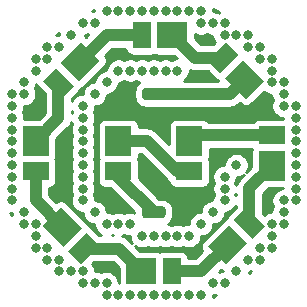
<source format=gbr>
%TF.GenerationSoftware,KiCad,Pcbnew,(5.1.6-0-10_14)*%
%TF.CreationDate,2021-01-01T02:06:57+01:00*%
%TF.ProjectId,lamp10,6c616d70-3130-42e6-9b69-6361645f7063,rev?*%
%TF.SameCoordinates,Original*%
%TF.FileFunction,Copper,L1,Top*%
%TF.FilePolarity,Positive*%
%FSLAX46Y46*%
G04 Gerber Fmt 4.6, Leading zero omitted, Abs format (unit mm)*
G04 Created by KiCad (PCBNEW (5.1.6-0-10_14)) date 2021-01-01 02:06:57*
%MOMM*%
%LPD*%
G01*
G04 APERTURE LIST*
%TA.AperFunction,SMDPad,CuDef*%
%ADD10R,2.200000X2.500000*%
%TD*%
%TA.AperFunction,SMDPad,CuDef*%
%ADD11R,2.200000X1.550000*%
%TD*%
%TA.AperFunction,SMDPad,CuDef*%
%ADD12C,0.100000*%
%TD*%
%TA.AperFunction,SMDPad,CuDef*%
%ADD13R,2.500000X2.200000*%
%TD*%
%TA.AperFunction,SMDPad,CuDef*%
%ADD14R,1.550000X2.200000*%
%TD*%
%TA.AperFunction,ViaPad*%
%ADD15C,0.800000*%
%TD*%
%TA.AperFunction,Conductor*%
%ADD16C,1.000000*%
%TD*%
%TA.AperFunction,NonConductor*%
%ADD17C,0.254000*%
%TD*%
G04 APERTURE END LIST*
D10*
%TO.P,D1,1*%
%TO.N,Net-(D1-Pad1)*%
X37000000Y-28950000D03*
D11*
%TO.P,D1,2*%
%TO.N,LED+*%
X37000000Y-31525000D03*
%TD*%
%TO.P,D2,2*%
%TO.N,Net-(D1-Pad1)*%
X43000000Y-31525000D03*
D10*
%TO.P,D2,1*%
%TO.N,Net-(D2-Pad1)*%
X43000000Y-28950000D03*
%TD*%
%TO.P,D3,1*%
%TO.N,Net-(D3-Pad1)*%
X50000000Y-31050000D03*
D11*
%TO.P,D3,2*%
%TO.N,Net-(D2-Pad1)*%
X50000000Y-28475000D03*
%TD*%
%TA.AperFunction,SMDPad,CuDef*%
D12*
%TO.P,D4,2*%
%TO.N,Net-(D3-Pad1)*%
G36*
X48308148Y-37247487D02*
G01*
X46752513Y-35691852D01*
X47848528Y-34595837D01*
X49404163Y-36151472D01*
X48308148Y-37247487D01*
G37*
%TD.AperFunction*%
%TA.AperFunction,SMDPad,CuDef*%
%TO.P,D4,1*%
%TO.N,Net-(D4-Pad1)*%
G36*
X46151472Y-39404163D02*
G01*
X44595837Y-37848528D01*
X46363604Y-36080761D01*
X47919239Y-37636396D01*
X46151472Y-39404163D01*
G37*
%TD.AperFunction*%
%TD*%
D13*
%TO.P,D5,1*%
%TO.N,Net-(D5-Pad1)*%
X38950000Y-40000000D03*
D14*
%TO.P,D5,2*%
%TO.N,Net-(D4-Pad1)*%
X41525000Y-40000000D03*
%TD*%
%TA.AperFunction,SMDPad,CuDef*%
D12*
%TO.P,D6,2*%
%TO.N,Net-(D5-Pad1)*%
G36*
X32752513Y-38308148D02*
G01*
X34308148Y-36752513D01*
X35404163Y-37848528D01*
X33848528Y-39404163D01*
X32752513Y-38308148D01*
G37*
%TD.AperFunction*%
%TA.AperFunction,SMDPad,CuDef*%
%TO.P,D6,1*%
%TO.N,Net-(D6-Pad1)*%
G36*
X30595837Y-36151472D02*
G01*
X32151472Y-34595837D01*
X33919239Y-36363604D01*
X32363604Y-37919239D01*
X30595837Y-36151472D01*
G37*
%TD.AperFunction*%
%TD*%
D10*
%TO.P,D7,1*%
%TO.N,Net-(D7-Pad1)*%
X30000000Y-28950000D03*
D11*
%TO.P,D7,2*%
%TO.N,Net-(D6-Pad1)*%
X30000000Y-31525000D03*
%TD*%
%TA.AperFunction,SMDPad,CuDef*%
D12*
%TO.P,D8,2*%
%TO.N,Net-(D7-Pad1)*%
G36*
X31691852Y-22752513D02*
G01*
X33247487Y-24308148D01*
X32151472Y-25404163D01*
X30595837Y-23848528D01*
X31691852Y-22752513D01*
G37*
%TD.AperFunction*%
%TA.AperFunction,SMDPad,CuDef*%
%TO.P,D8,1*%
%TO.N,Net-(D8-Pad1)*%
G36*
X33848528Y-20595837D02*
G01*
X35404163Y-22151472D01*
X33636396Y-23919239D01*
X32080761Y-22363604D01*
X33848528Y-20595837D01*
G37*
%TD.AperFunction*%
%TD*%
D13*
%TO.P,D9,1*%
%TO.N,Net-(D10-Pad2)*%
X41575000Y-20000000D03*
D14*
%TO.P,D9,2*%
%TO.N,Net-(D8-Pad1)*%
X39000000Y-20000000D03*
%TD*%
%TA.AperFunction,SMDPad,CuDef*%
D12*
%TO.P,D10,2*%
%TO.N,Net-(D10-Pad2)*%
G36*
X47197487Y-21691852D02*
G01*
X45641852Y-23247487D01*
X44545837Y-22151472D01*
X46101472Y-20595837D01*
X47197487Y-21691852D01*
G37*
%TD.AperFunction*%
%TA.AperFunction,SMDPad,CuDef*%
%TO.P,D10,1*%
%TO.N,LED-*%
G36*
X49354163Y-23848528D02*
G01*
X47798528Y-25404163D01*
X46030761Y-23636396D01*
X47586396Y-22080761D01*
X49354163Y-23848528D01*
G37*
%TD.AperFunction*%
%TD*%
%TO.P,J1,1*%
%TO.N,LED-*%
%TA.AperFunction,SMDPad,CuDef*%
G36*
G01*
X39250000Y-24500000D02*
X40750000Y-24500000D01*
G75*
G02*
X41000000Y-24750000I0J-250000D01*
G01*
X41000000Y-25250000D01*
G75*
G02*
X40750000Y-25500000I-250000J0D01*
G01*
X39250000Y-25500000D01*
G75*
G02*
X39000000Y-25250000I0J250000D01*
G01*
X39000000Y-24750000D01*
G75*
G02*
X39250000Y-24500000I250000J0D01*
G01*
G37*
%TD.AperFunction*%
%TD*%
%TO.P,J2,1*%
%TO.N,LED+*%
%TA.AperFunction,SMDPad,CuDef*%
G36*
G01*
X40750000Y-35500000D02*
X39250000Y-35500000D01*
G75*
G02*
X39000000Y-35250000I0J250000D01*
G01*
X39000000Y-34750000D01*
G75*
G02*
X39250000Y-34500000I250000J0D01*
G01*
X40750000Y-34500000D01*
G75*
G02*
X41000000Y-34750000I0J-250000D01*
G01*
X41000000Y-35250000D01*
G75*
G02*
X40750000Y-35500000I-250000J0D01*
G01*
G37*
%TD.AperFunction*%
%TD*%
D15*
%TO.N,*%
X32000000Y-21000000D03*
X33000000Y-20000000D03*
X34000000Y-19000000D03*
X35000000Y-19000000D03*
X36000000Y-18000000D03*
X37000000Y-18000000D03*
X38000000Y-18000000D03*
X39000000Y-18000000D03*
X40000000Y-18000000D03*
X41000000Y-18000000D03*
X42000000Y-18000000D03*
X43000000Y-18000000D03*
X44000000Y-18000000D03*
X45000000Y-19000000D03*
X46000000Y-19000000D03*
X47000000Y-20000000D03*
X48000000Y-20000000D03*
X48000000Y-21000000D03*
X49000000Y-21000000D03*
X46000000Y-20000000D03*
X44000000Y-19000000D03*
X49000000Y-22000000D03*
X50000000Y-22000000D03*
X50000000Y-23000000D03*
X50000000Y-24000000D03*
X51000000Y-24000000D03*
X51000000Y-25000000D03*
X51000000Y-26000000D03*
X52000000Y-26000000D03*
X52000000Y-27000000D03*
X52000000Y-28000000D03*
X52000000Y-29000000D03*
X52000000Y-30000000D03*
X52000000Y-31000000D03*
X52000000Y-32000000D03*
X52000000Y-33000000D03*
X52000000Y-34000000D03*
X51000000Y-34000000D03*
X51000000Y-35000000D03*
X51000000Y-36000000D03*
X50000000Y-36000000D03*
X50000000Y-37000000D03*
X50000000Y-38000000D03*
X49000000Y-38000000D03*
X49000000Y-39000000D03*
X48000000Y-39000000D03*
X47000000Y-40000000D03*
X46000000Y-41000000D03*
X45000000Y-41000000D03*
X44000000Y-42000000D03*
X43000000Y-42000000D03*
X42000000Y-42000000D03*
X41000000Y-42000000D03*
X40000000Y-42000000D03*
X39000000Y-42000000D03*
X38000000Y-42000000D03*
X37000000Y-42000000D03*
X36000000Y-42000000D03*
X36000000Y-41000000D03*
X35000000Y-41000000D03*
X34000000Y-41000000D03*
X34000000Y-40000000D03*
X33000000Y-40000000D03*
X32000000Y-40000000D03*
X32000000Y-39000000D03*
X31000000Y-39000000D03*
X31000000Y-38000000D03*
X30000000Y-38000000D03*
X30000000Y-37000000D03*
X30000000Y-36000000D03*
X29000000Y-36000000D03*
X29000000Y-35000000D03*
X28000000Y-34000000D03*
X28000000Y-33000000D03*
X28000000Y-33000000D03*
X28000000Y-32000000D03*
X28000000Y-31000000D03*
X28000000Y-30000000D03*
X28000000Y-29000000D03*
X28000000Y-28000000D03*
X28000000Y-28000000D03*
X28000000Y-27000000D03*
X28000000Y-26000000D03*
X28000000Y-25000000D03*
X29000000Y-25000000D03*
X29000000Y-24000000D03*
X30000000Y-23000000D03*
X30000000Y-22000000D03*
X31000000Y-22000000D03*
X31000000Y-21000000D03*
X34000000Y-30000000D03*
X34000000Y-29000000D03*
X34000000Y-28000000D03*
X34000000Y-27000000D03*
X34000000Y-26000000D03*
X35000000Y-25000000D03*
X36000000Y-24000000D03*
X37000000Y-23000000D03*
X38000000Y-23000000D03*
X39000000Y-23000000D03*
X41000000Y-23000000D03*
X40000000Y-23000000D03*
X42000000Y-23000000D03*
X34000000Y-31000000D03*
X34000000Y-32000000D03*
X34000000Y-33000000D03*
X34000000Y-34000000D03*
X35000000Y-35000000D03*
X36000000Y-36000000D03*
X37000000Y-36000000D03*
X38000000Y-36000000D03*
X39000000Y-37000000D03*
X40000000Y-37000000D03*
X41000000Y-37000000D03*
X42000000Y-37000000D03*
X43000000Y-37000000D03*
X44000000Y-36000000D03*
X45000000Y-35000000D03*
X46000000Y-34000000D03*
X46000000Y-33000000D03*
X46000000Y-32000000D03*
X47000000Y-31000000D03*
%TD*%
D16*
%TO.N,Net-(D1-Pad1)*%
X39389998Y-28950000D02*
X37000000Y-28950000D01*
X41964998Y-31525000D02*
X39389998Y-28950000D01*
X43000000Y-31525000D02*
X41964998Y-31525000D01*
%TO.N,LED+*%
X37000000Y-32000000D02*
X40000000Y-35000000D01*
X37000000Y-31525000D02*
X37000000Y-32000000D01*
%TO.N,Net-(D2-Pad1)*%
X43475000Y-28475000D02*
X43000000Y-28950000D01*
X50000000Y-28475000D02*
X43475000Y-28475000D01*
%TO.N,Net-(D3-Pad1)*%
X48078338Y-32971662D02*
X50000000Y-31050000D01*
X48078338Y-35921662D02*
X48078338Y-32971662D01*
%TO.N,Net-(D4-Pad1)*%
X44000000Y-40000000D02*
X46257538Y-37742462D01*
X41525000Y-40000000D02*
X44000000Y-40000000D01*
%TO.N,Net-(D5-Pad1)*%
X37028338Y-38078338D02*
X38950000Y-40000000D01*
X34078338Y-38078338D02*
X37028338Y-38078338D01*
%TO.N,Net-(D6-Pad1)*%
X30000000Y-34000000D02*
X32257538Y-36257538D01*
X30000000Y-31525000D02*
X30000000Y-34000000D01*
%TO.N,Net-(D7-Pad1)*%
X31921662Y-27028338D02*
X30000000Y-28950000D01*
X31921662Y-24078338D02*
X31921662Y-27028338D01*
%TO.N,Net-(D8-Pad1)*%
X36000000Y-20000000D02*
X33742462Y-22257538D01*
X39000000Y-20000000D02*
X36000000Y-20000000D01*
%TO.N,Net-(D10-Pad2)*%
X43496662Y-21921662D02*
X41575000Y-20000000D01*
X45871662Y-21921662D02*
X43496662Y-21921662D01*
%TO.N,LED-*%
X46434924Y-25000000D02*
X47692462Y-23742462D01*
X40000000Y-25000000D02*
X46434924Y-25000000D01*
%TD*%
D17*
G36*
X45022290Y-42165839D02*
G01*
X45035000Y-42101939D01*
X45035000Y-42035000D01*
X45101939Y-42035000D01*
X45268135Y-42001942D01*
X45022290Y-42165839D01*
G37*
X45022290Y-42165839D02*
X45035000Y-42101939D01*
X45035000Y-42035000D01*
X45101939Y-42035000D01*
X45268135Y-42001942D01*
X45022290Y-42165839D01*
G36*
X37061928Y-39717059D02*
G01*
X37061928Y-40965000D01*
X37035000Y-40965000D01*
X37035000Y-40898061D01*
X36995226Y-40698102D01*
X36917205Y-40509744D01*
X36803937Y-40340226D01*
X36659774Y-40196063D01*
X36490256Y-40082795D01*
X36301898Y-40004774D01*
X36101939Y-39965000D01*
X35898061Y-39965000D01*
X35698102Y-40004774D01*
X35509744Y-40082795D01*
X35500000Y-40089306D01*
X35490256Y-40082795D01*
X35301898Y-40004774D01*
X35101939Y-39965000D01*
X35035000Y-39965000D01*
X35035000Y-39898061D01*
X34995226Y-39698102D01*
X34917205Y-39509744D01*
X34808302Y-39346759D01*
X34941723Y-39213338D01*
X36558207Y-39213338D01*
X37061928Y-39717059D01*
G37*
X37061928Y-39717059D02*
X37061928Y-40965000D01*
X37035000Y-40965000D01*
X37035000Y-40898061D01*
X36995226Y-40698102D01*
X36917205Y-40509744D01*
X36803937Y-40340226D01*
X36659774Y-40196063D01*
X36490256Y-40082795D01*
X36301898Y-40004774D01*
X36101939Y-39965000D01*
X35898061Y-39965000D01*
X35698102Y-40004774D01*
X35509744Y-40082795D01*
X35500000Y-40089306D01*
X35490256Y-40082795D01*
X35301898Y-40004774D01*
X35101939Y-39965000D01*
X35035000Y-39965000D01*
X35035000Y-39898061D01*
X34995226Y-39698102D01*
X34917205Y-39509744D01*
X34808302Y-39346759D01*
X34941723Y-39213338D01*
X36558207Y-39213338D01*
X37061928Y-39717059D01*
G36*
X48022290Y-40165839D02*
G01*
X48035000Y-40101939D01*
X48035000Y-40035000D01*
X48101939Y-40035000D01*
X48268135Y-40001942D01*
X48022290Y-40165839D01*
G37*
X48022290Y-40165839D02*
X48035000Y-40101939D01*
X48035000Y-40035000D01*
X48101939Y-40035000D01*
X48268135Y-40001942D01*
X48022290Y-40165839D01*
G36*
X45796978Y-39934700D02*
G01*
X45865705Y-39971436D01*
X45698102Y-40004774D01*
X45531241Y-40073891D01*
X45727473Y-39877659D01*
X45796978Y-39934700D01*
G37*
X45796978Y-39934700D02*
X45865705Y-39971436D01*
X45698102Y-40004774D01*
X45531241Y-40073891D01*
X45727473Y-39877659D01*
X45796978Y-39934700D01*
G36*
X46943338Y-34598657D02*
G01*
X46301328Y-35240667D01*
X46221976Y-35337358D01*
X46163011Y-35447672D01*
X46152866Y-35481114D01*
X46119424Y-35491259D01*
X46009110Y-35550224D01*
X45912419Y-35629576D01*
X44144652Y-37397343D01*
X44065300Y-37494034D01*
X44006335Y-37604348D01*
X43970025Y-37724046D01*
X43957765Y-37848528D01*
X43970025Y-37973010D01*
X44006335Y-38092708D01*
X44065300Y-38203022D01*
X44122341Y-38272527D01*
X43529869Y-38865000D01*
X42934625Y-38865000D01*
X42925812Y-38775518D01*
X42889502Y-38655820D01*
X42830537Y-38545506D01*
X42751185Y-38448815D01*
X42654494Y-38369463D01*
X42544180Y-38310498D01*
X42424482Y-38274188D01*
X42300000Y-38261928D01*
X40750000Y-38261928D01*
X40625518Y-38274188D01*
X40505820Y-38310498D01*
X40475000Y-38326972D01*
X40444180Y-38310498D01*
X40324482Y-38274188D01*
X40200000Y-38261928D01*
X38817060Y-38261928D01*
X38397010Y-37841879D01*
X38509744Y-37917205D01*
X38698102Y-37995226D01*
X38898061Y-38035000D01*
X39101939Y-38035000D01*
X39301898Y-37995226D01*
X39490256Y-37917205D01*
X39500000Y-37910694D01*
X39509744Y-37917205D01*
X39698102Y-37995226D01*
X39898061Y-38035000D01*
X40101939Y-38035000D01*
X40301898Y-37995226D01*
X40490256Y-37917205D01*
X40500000Y-37910694D01*
X40509744Y-37917205D01*
X40698102Y-37995226D01*
X40898061Y-38035000D01*
X41101939Y-38035000D01*
X41301898Y-37995226D01*
X41490256Y-37917205D01*
X41500000Y-37910694D01*
X41509744Y-37917205D01*
X41698102Y-37995226D01*
X41898061Y-38035000D01*
X42101939Y-38035000D01*
X42301898Y-37995226D01*
X42490256Y-37917205D01*
X42500000Y-37910694D01*
X42509744Y-37917205D01*
X42698102Y-37995226D01*
X42898061Y-38035000D01*
X43101939Y-38035000D01*
X43301898Y-37995226D01*
X43490256Y-37917205D01*
X43659774Y-37803937D01*
X43803937Y-37659774D01*
X43917205Y-37490256D01*
X43995226Y-37301898D01*
X44035000Y-37101939D01*
X44035000Y-37035000D01*
X44101939Y-37035000D01*
X44301898Y-36995226D01*
X44490256Y-36917205D01*
X44659774Y-36803937D01*
X44803937Y-36659774D01*
X44917205Y-36490256D01*
X44995226Y-36301898D01*
X45035000Y-36101939D01*
X45035000Y-36035000D01*
X45101939Y-36035000D01*
X45301898Y-35995226D01*
X45490256Y-35917205D01*
X45659774Y-35803937D01*
X45803937Y-35659774D01*
X45917205Y-35490256D01*
X45995226Y-35301898D01*
X46035000Y-35101939D01*
X46035000Y-35035000D01*
X46101939Y-35035000D01*
X46301898Y-34995226D01*
X46490256Y-34917205D01*
X46659774Y-34803937D01*
X46803937Y-34659774D01*
X46917205Y-34490256D01*
X46943339Y-34427165D01*
X46943338Y-34598657D01*
G37*
X46943338Y-34598657D02*
X46301328Y-35240667D01*
X46221976Y-35337358D01*
X46163011Y-35447672D01*
X46152866Y-35481114D01*
X46119424Y-35491259D01*
X46009110Y-35550224D01*
X45912419Y-35629576D01*
X44144652Y-37397343D01*
X44065300Y-37494034D01*
X44006335Y-37604348D01*
X43970025Y-37724046D01*
X43957765Y-37848528D01*
X43970025Y-37973010D01*
X44006335Y-38092708D01*
X44065300Y-38203022D01*
X44122341Y-38272527D01*
X43529869Y-38865000D01*
X42934625Y-38865000D01*
X42925812Y-38775518D01*
X42889502Y-38655820D01*
X42830537Y-38545506D01*
X42751185Y-38448815D01*
X42654494Y-38369463D01*
X42544180Y-38310498D01*
X42424482Y-38274188D01*
X42300000Y-38261928D01*
X40750000Y-38261928D01*
X40625518Y-38274188D01*
X40505820Y-38310498D01*
X40475000Y-38326972D01*
X40444180Y-38310498D01*
X40324482Y-38274188D01*
X40200000Y-38261928D01*
X38817060Y-38261928D01*
X38397010Y-37841879D01*
X38509744Y-37917205D01*
X38698102Y-37995226D01*
X38898061Y-38035000D01*
X39101939Y-38035000D01*
X39301898Y-37995226D01*
X39490256Y-37917205D01*
X39500000Y-37910694D01*
X39509744Y-37917205D01*
X39698102Y-37995226D01*
X39898061Y-38035000D01*
X40101939Y-38035000D01*
X40301898Y-37995226D01*
X40490256Y-37917205D01*
X40500000Y-37910694D01*
X40509744Y-37917205D01*
X40698102Y-37995226D01*
X40898061Y-38035000D01*
X41101939Y-38035000D01*
X41301898Y-37995226D01*
X41490256Y-37917205D01*
X41500000Y-37910694D01*
X41509744Y-37917205D01*
X41698102Y-37995226D01*
X41898061Y-38035000D01*
X42101939Y-38035000D01*
X42301898Y-37995226D01*
X42490256Y-37917205D01*
X42500000Y-37910694D01*
X42509744Y-37917205D01*
X42698102Y-37995226D01*
X42898061Y-38035000D01*
X43101939Y-38035000D01*
X43301898Y-37995226D01*
X43490256Y-37917205D01*
X43659774Y-37803937D01*
X43803937Y-37659774D01*
X43917205Y-37490256D01*
X43995226Y-37301898D01*
X44035000Y-37101939D01*
X44035000Y-37035000D01*
X44101939Y-37035000D01*
X44301898Y-36995226D01*
X44490256Y-36917205D01*
X44659774Y-36803937D01*
X44803937Y-36659774D01*
X44917205Y-36490256D01*
X44995226Y-36301898D01*
X45035000Y-36101939D01*
X45035000Y-36035000D01*
X45101939Y-36035000D01*
X45301898Y-35995226D01*
X45490256Y-35917205D01*
X45659774Y-35803937D01*
X45803937Y-35659774D01*
X45917205Y-35490256D01*
X45995226Y-35301898D01*
X46035000Y-35101939D01*
X46035000Y-35035000D01*
X46101939Y-35035000D01*
X46301898Y-34995226D01*
X46490256Y-34917205D01*
X46659774Y-34803937D01*
X46803937Y-34659774D01*
X46917205Y-34490256D01*
X46943339Y-34427165D01*
X46943338Y-34598657D01*
G36*
X37509744Y-36917205D02*
G01*
X37698102Y-36995226D01*
X37898061Y-37035000D01*
X37965000Y-37035000D01*
X37965000Y-37101939D01*
X38004774Y-37301898D01*
X38082795Y-37490256D01*
X38158121Y-37602990D01*
X37870334Y-37315203D01*
X37834787Y-37271889D01*
X37661961Y-37130054D01*
X37464785Y-37024662D01*
X37329736Y-36983695D01*
X37490256Y-36917205D01*
X37500000Y-36910694D01*
X37509744Y-36917205D01*
G37*
X37509744Y-36917205D02*
X37698102Y-36995226D01*
X37898061Y-37035000D01*
X37965000Y-37035000D01*
X37965000Y-37101939D01*
X38004774Y-37301898D01*
X38082795Y-37490256D01*
X38158121Y-37602990D01*
X37870334Y-37315203D01*
X37834787Y-37271889D01*
X37661961Y-37130054D01*
X37464785Y-37024662D01*
X37329736Y-36983695D01*
X37490256Y-36917205D01*
X37500000Y-36910694D01*
X37509744Y-36917205D01*
G36*
X33082795Y-27490256D02*
G01*
X33089306Y-27500000D01*
X33082795Y-27509744D01*
X33004774Y-27698102D01*
X32965000Y-27898061D01*
X32965000Y-28101939D01*
X33004774Y-28301898D01*
X33082795Y-28490256D01*
X33089306Y-28500000D01*
X33082795Y-28509744D01*
X33004774Y-28698102D01*
X32965000Y-28898061D01*
X32965000Y-29101939D01*
X33004774Y-29301898D01*
X33082795Y-29490256D01*
X33089306Y-29500000D01*
X33082795Y-29509744D01*
X33004774Y-29698102D01*
X32965000Y-29898061D01*
X32965000Y-30101939D01*
X33004774Y-30301898D01*
X33082795Y-30490256D01*
X33089306Y-30500000D01*
X33082795Y-30509744D01*
X33004774Y-30698102D01*
X32965000Y-30898061D01*
X32965000Y-31101939D01*
X33004774Y-31301898D01*
X33082795Y-31490256D01*
X33089306Y-31500000D01*
X33082795Y-31509744D01*
X33004774Y-31698102D01*
X32965000Y-31898061D01*
X32965000Y-32101939D01*
X33004774Y-32301898D01*
X33082795Y-32490256D01*
X33089306Y-32500000D01*
X33082795Y-32509744D01*
X33004774Y-32698102D01*
X32965000Y-32898061D01*
X32965000Y-33101939D01*
X33004774Y-33301898D01*
X33082795Y-33490256D01*
X33089306Y-33500000D01*
X33082795Y-33509744D01*
X33004774Y-33698102D01*
X32965000Y-33898061D01*
X32965000Y-34101939D01*
X33004774Y-34301898D01*
X33082795Y-34490256D01*
X33196063Y-34659774D01*
X33340226Y-34803937D01*
X33509744Y-34917205D01*
X33698102Y-34995226D01*
X33898061Y-35035000D01*
X33965000Y-35035000D01*
X33965000Y-35101939D01*
X34004774Y-35301898D01*
X34082795Y-35490256D01*
X34196063Y-35659774D01*
X34340226Y-35803937D01*
X34509744Y-35917205D01*
X34698102Y-35995226D01*
X34898061Y-36035000D01*
X34965000Y-36035000D01*
X34965000Y-36101939D01*
X35004774Y-36301898D01*
X35082795Y-36490256D01*
X35196063Y-36659774D01*
X35340226Y-36803937D01*
X35509744Y-36917205D01*
X35572834Y-36943338D01*
X35401343Y-36943338D01*
X34759333Y-36301328D01*
X34662642Y-36221976D01*
X34552328Y-36163011D01*
X34518886Y-36152866D01*
X34508741Y-36119424D01*
X34449776Y-36009110D01*
X34370424Y-35912419D01*
X32602657Y-34144652D01*
X32505966Y-34065300D01*
X32395652Y-34006335D01*
X32275954Y-33970025D01*
X32151472Y-33957765D01*
X32026990Y-33970025D01*
X31907292Y-34006335D01*
X31796978Y-34065300D01*
X31727473Y-34122341D01*
X31135000Y-33529869D01*
X31135000Y-32934625D01*
X31224482Y-32925812D01*
X31344180Y-32889502D01*
X31454494Y-32830537D01*
X31551185Y-32751185D01*
X31630537Y-32654494D01*
X31689502Y-32544180D01*
X31725812Y-32424482D01*
X31738072Y-32300000D01*
X31738072Y-30750000D01*
X31725812Y-30625518D01*
X31689502Y-30505820D01*
X31673028Y-30475000D01*
X31689502Y-30444180D01*
X31725812Y-30324482D01*
X31738072Y-30200000D01*
X31738072Y-28817059D01*
X32684803Y-27870329D01*
X32728111Y-27834787D01*
X32869946Y-27661961D01*
X32975338Y-27464785D01*
X33016305Y-27329736D01*
X33082795Y-27490256D01*
G37*
X33082795Y-27490256D02*
X33089306Y-27500000D01*
X33082795Y-27509744D01*
X33004774Y-27698102D01*
X32965000Y-27898061D01*
X32965000Y-28101939D01*
X33004774Y-28301898D01*
X33082795Y-28490256D01*
X33089306Y-28500000D01*
X33082795Y-28509744D01*
X33004774Y-28698102D01*
X32965000Y-28898061D01*
X32965000Y-29101939D01*
X33004774Y-29301898D01*
X33082795Y-29490256D01*
X33089306Y-29500000D01*
X33082795Y-29509744D01*
X33004774Y-29698102D01*
X32965000Y-29898061D01*
X32965000Y-30101939D01*
X33004774Y-30301898D01*
X33082795Y-30490256D01*
X33089306Y-30500000D01*
X33082795Y-30509744D01*
X33004774Y-30698102D01*
X32965000Y-30898061D01*
X32965000Y-31101939D01*
X33004774Y-31301898D01*
X33082795Y-31490256D01*
X33089306Y-31500000D01*
X33082795Y-31509744D01*
X33004774Y-31698102D01*
X32965000Y-31898061D01*
X32965000Y-32101939D01*
X33004774Y-32301898D01*
X33082795Y-32490256D01*
X33089306Y-32500000D01*
X33082795Y-32509744D01*
X33004774Y-32698102D01*
X32965000Y-32898061D01*
X32965000Y-33101939D01*
X33004774Y-33301898D01*
X33082795Y-33490256D01*
X33089306Y-33500000D01*
X33082795Y-33509744D01*
X33004774Y-33698102D01*
X32965000Y-33898061D01*
X32965000Y-34101939D01*
X33004774Y-34301898D01*
X33082795Y-34490256D01*
X33196063Y-34659774D01*
X33340226Y-34803937D01*
X33509744Y-34917205D01*
X33698102Y-34995226D01*
X33898061Y-35035000D01*
X33965000Y-35035000D01*
X33965000Y-35101939D01*
X34004774Y-35301898D01*
X34082795Y-35490256D01*
X34196063Y-35659774D01*
X34340226Y-35803937D01*
X34509744Y-35917205D01*
X34698102Y-35995226D01*
X34898061Y-36035000D01*
X34965000Y-36035000D01*
X34965000Y-36101939D01*
X35004774Y-36301898D01*
X35082795Y-36490256D01*
X35196063Y-36659774D01*
X35340226Y-36803937D01*
X35509744Y-36917205D01*
X35572834Y-36943338D01*
X35401343Y-36943338D01*
X34759333Y-36301328D01*
X34662642Y-36221976D01*
X34552328Y-36163011D01*
X34518886Y-36152866D01*
X34508741Y-36119424D01*
X34449776Y-36009110D01*
X34370424Y-35912419D01*
X32602657Y-34144652D01*
X32505966Y-34065300D01*
X32395652Y-34006335D01*
X32275954Y-33970025D01*
X32151472Y-33957765D01*
X32026990Y-33970025D01*
X31907292Y-34006335D01*
X31796978Y-34065300D01*
X31727473Y-34122341D01*
X31135000Y-33529869D01*
X31135000Y-32934625D01*
X31224482Y-32925812D01*
X31344180Y-32889502D01*
X31454494Y-32830537D01*
X31551185Y-32751185D01*
X31630537Y-32654494D01*
X31689502Y-32544180D01*
X31725812Y-32424482D01*
X31738072Y-32300000D01*
X31738072Y-30750000D01*
X31725812Y-30625518D01*
X31689502Y-30505820D01*
X31673028Y-30475000D01*
X31689502Y-30444180D01*
X31725812Y-30324482D01*
X31738072Y-30200000D01*
X31738072Y-28817059D01*
X32684803Y-27870329D01*
X32728111Y-27834787D01*
X32869946Y-27661961D01*
X32975338Y-27464785D01*
X33016305Y-27329736D01*
X33082795Y-27490256D01*
G36*
X36509744Y-36917205D02*
G01*
X36572834Y-36943338D01*
X36427166Y-36943338D01*
X36490256Y-36917205D01*
X36500000Y-36910694D01*
X36509744Y-36917205D01*
G37*
X36509744Y-36917205D02*
X36572834Y-36943338D01*
X36427166Y-36943338D01*
X36490256Y-36917205D01*
X36500000Y-36910694D01*
X36509744Y-36917205D01*
G36*
X48274188Y-29675518D02*
G01*
X48261928Y-29800000D01*
X48261928Y-31182940D01*
X47841879Y-31602990D01*
X47917205Y-31490256D01*
X47995226Y-31301898D01*
X48035000Y-31101939D01*
X48035000Y-30898061D01*
X47995226Y-30698102D01*
X47917205Y-30509744D01*
X47803937Y-30340226D01*
X47659774Y-30196063D01*
X47490256Y-30082795D01*
X47301898Y-30004774D01*
X47101939Y-29965000D01*
X46898061Y-29965000D01*
X46698102Y-30004774D01*
X46509744Y-30082795D01*
X46340226Y-30196063D01*
X46196063Y-30340226D01*
X46082795Y-30509744D01*
X46004774Y-30698102D01*
X45965000Y-30898061D01*
X45965000Y-30965000D01*
X45898061Y-30965000D01*
X45698102Y-31004774D01*
X45509744Y-31082795D01*
X45340226Y-31196063D01*
X45196063Y-31340226D01*
X45082795Y-31509744D01*
X45004774Y-31698102D01*
X44965000Y-31898061D01*
X44965000Y-32101939D01*
X45004774Y-32301898D01*
X45082795Y-32490256D01*
X45089306Y-32500000D01*
X45082795Y-32509744D01*
X45004774Y-32698102D01*
X44965000Y-32898061D01*
X44965000Y-33101939D01*
X45004774Y-33301898D01*
X45082795Y-33490256D01*
X45089306Y-33500000D01*
X45082795Y-33509744D01*
X45004774Y-33698102D01*
X44965000Y-33898061D01*
X44965000Y-33965000D01*
X44898061Y-33965000D01*
X44698102Y-34004774D01*
X44509744Y-34082795D01*
X44340226Y-34196063D01*
X44196063Y-34340226D01*
X44082795Y-34509744D01*
X44004774Y-34698102D01*
X43965000Y-34898061D01*
X43965000Y-34965000D01*
X43898061Y-34965000D01*
X43698102Y-35004774D01*
X43509744Y-35082795D01*
X43340226Y-35196063D01*
X43196063Y-35340226D01*
X43082795Y-35509744D01*
X43004774Y-35698102D01*
X42965000Y-35898061D01*
X42965000Y-35965000D01*
X42898061Y-35965000D01*
X42698102Y-36004774D01*
X42509744Y-36082795D01*
X42500000Y-36089306D01*
X42490256Y-36082795D01*
X42301898Y-36004774D01*
X42101939Y-35965000D01*
X41898061Y-35965000D01*
X41698102Y-36004774D01*
X41509744Y-36082795D01*
X41500000Y-36089306D01*
X41490256Y-36082795D01*
X41301898Y-36004774D01*
X41236936Y-35991852D01*
X41243386Y-35988405D01*
X41377962Y-35877962D01*
X41488405Y-35743386D01*
X41570472Y-35589850D01*
X41621008Y-35423254D01*
X41638072Y-35250000D01*
X41638072Y-34750000D01*
X41621008Y-34576746D01*
X41570472Y-34410150D01*
X41488405Y-34256614D01*
X41377962Y-34122038D01*
X41243386Y-34011595D01*
X41089850Y-33929528D01*
X40923254Y-33878992D01*
X40750000Y-33861928D01*
X40467061Y-33861928D01*
X38738072Y-32132940D01*
X38738072Y-30750000D01*
X38725812Y-30625518D01*
X38689502Y-30505820D01*
X38673028Y-30475000D01*
X38689502Y-30444180D01*
X38725812Y-30324482D01*
X38738072Y-30200000D01*
X38738072Y-30085000D01*
X38919867Y-30085000D01*
X41123007Y-32288141D01*
X41158549Y-32331449D01*
X41274943Y-32426971D01*
X41310498Y-32544180D01*
X41369463Y-32654494D01*
X41448815Y-32751185D01*
X41545506Y-32830537D01*
X41655820Y-32889502D01*
X41775518Y-32925812D01*
X41900000Y-32938072D01*
X44100000Y-32938072D01*
X44224482Y-32925812D01*
X44344180Y-32889502D01*
X44454494Y-32830537D01*
X44551185Y-32751185D01*
X44630537Y-32654494D01*
X44689502Y-32544180D01*
X44725812Y-32424482D01*
X44738072Y-32300000D01*
X44738072Y-30750000D01*
X44725812Y-30625518D01*
X44689502Y-30505820D01*
X44673028Y-30475000D01*
X44689502Y-30444180D01*
X44725812Y-30324482D01*
X44738072Y-30200000D01*
X44738072Y-29610000D01*
X48294063Y-29610000D01*
X48274188Y-29675518D01*
G37*
X48274188Y-29675518D02*
X48261928Y-29800000D01*
X48261928Y-31182940D01*
X47841879Y-31602990D01*
X47917205Y-31490256D01*
X47995226Y-31301898D01*
X48035000Y-31101939D01*
X48035000Y-30898061D01*
X47995226Y-30698102D01*
X47917205Y-30509744D01*
X47803937Y-30340226D01*
X47659774Y-30196063D01*
X47490256Y-30082795D01*
X47301898Y-30004774D01*
X47101939Y-29965000D01*
X46898061Y-29965000D01*
X46698102Y-30004774D01*
X46509744Y-30082795D01*
X46340226Y-30196063D01*
X46196063Y-30340226D01*
X46082795Y-30509744D01*
X46004774Y-30698102D01*
X45965000Y-30898061D01*
X45965000Y-30965000D01*
X45898061Y-30965000D01*
X45698102Y-31004774D01*
X45509744Y-31082795D01*
X45340226Y-31196063D01*
X45196063Y-31340226D01*
X45082795Y-31509744D01*
X45004774Y-31698102D01*
X44965000Y-31898061D01*
X44965000Y-32101939D01*
X45004774Y-32301898D01*
X45082795Y-32490256D01*
X45089306Y-32500000D01*
X45082795Y-32509744D01*
X45004774Y-32698102D01*
X44965000Y-32898061D01*
X44965000Y-33101939D01*
X45004774Y-33301898D01*
X45082795Y-33490256D01*
X45089306Y-33500000D01*
X45082795Y-33509744D01*
X45004774Y-33698102D01*
X44965000Y-33898061D01*
X44965000Y-33965000D01*
X44898061Y-33965000D01*
X44698102Y-34004774D01*
X44509744Y-34082795D01*
X44340226Y-34196063D01*
X44196063Y-34340226D01*
X44082795Y-34509744D01*
X44004774Y-34698102D01*
X43965000Y-34898061D01*
X43965000Y-34965000D01*
X43898061Y-34965000D01*
X43698102Y-35004774D01*
X43509744Y-35082795D01*
X43340226Y-35196063D01*
X43196063Y-35340226D01*
X43082795Y-35509744D01*
X43004774Y-35698102D01*
X42965000Y-35898061D01*
X42965000Y-35965000D01*
X42898061Y-35965000D01*
X42698102Y-36004774D01*
X42509744Y-36082795D01*
X42500000Y-36089306D01*
X42490256Y-36082795D01*
X42301898Y-36004774D01*
X42101939Y-35965000D01*
X41898061Y-35965000D01*
X41698102Y-36004774D01*
X41509744Y-36082795D01*
X41500000Y-36089306D01*
X41490256Y-36082795D01*
X41301898Y-36004774D01*
X41236936Y-35991852D01*
X41243386Y-35988405D01*
X41377962Y-35877962D01*
X41488405Y-35743386D01*
X41570472Y-35589850D01*
X41621008Y-35423254D01*
X41638072Y-35250000D01*
X41638072Y-34750000D01*
X41621008Y-34576746D01*
X41570472Y-34410150D01*
X41488405Y-34256614D01*
X41377962Y-34122038D01*
X41243386Y-34011595D01*
X41089850Y-33929528D01*
X40923254Y-33878992D01*
X40750000Y-33861928D01*
X40467061Y-33861928D01*
X38738072Y-32132940D01*
X38738072Y-30750000D01*
X38725812Y-30625518D01*
X38689502Y-30505820D01*
X38673028Y-30475000D01*
X38689502Y-30444180D01*
X38725812Y-30324482D01*
X38738072Y-30200000D01*
X38738072Y-30085000D01*
X38919867Y-30085000D01*
X41123007Y-32288141D01*
X41158549Y-32331449D01*
X41274943Y-32426971D01*
X41310498Y-32544180D01*
X41369463Y-32654494D01*
X41448815Y-32751185D01*
X41545506Y-32830537D01*
X41655820Y-32889502D01*
X41775518Y-32925812D01*
X41900000Y-32938072D01*
X44100000Y-32938072D01*
X44224482Y-32925812D01*
X44344180Y-32889502D01*
X44454494Y-32830537D01*
X44551185Y-32751185D01*
X44630537Y-32654494D01*
X44689502Y-32544180D01*
X44725812Y-32424482D01*
X44738072Y-32300000D01*
X44738072Y-30750000D01*
X44725812Y-30625518D01*
X44689502Y-30505820D01*
X44673028Y-30475000D01*
X44689502Y-30444180D01*
X44725812Y-30324482D01*
X44738072Y-30200000D01*
X44738072Y-29610000D01*
X48294063Y-29610000D01*
X48274188Y-29675518D01*
G36*
X27898061Y-35035000D02*
G01*
X27965000Y-35035000D01*
X27965000Y-35101939D01*
X27998058Y-35268135D01*
X27834161Y-35022290D01*
X27898061Y-35035000D01*
G37*
X27898061Y-35035000D02*
X27965000Y-35035000D01*
X27965000Y-35101939D01*
X27998058Y-35268135D01*
X27834161Y-35022290D01*
X27898061Y-35035000D01*
G36*
X50965000Y-32965000D02*
G01*
X50898061Y-32965000D01*
X50698102Y-33004774D01*
X50509744Y-33082795D01*
X50340226Y-33196063D01*
X50196063Y-33340226D01*
X50082795Y-33509744D01*
X50004774Y-33698102D01*
X49965000Y-33898061D01*
X49965000Y-34101939D01*
X50004774Y-34301898D01*
X50082795Y-34490256D01*
X50089306Y-34500000D01*
X50082795Y-34509744D01*
X50004774Y-34698102D01*
X49965000Y-34898061D01*
X49965000Y-34965000D01*
X49898061Y-34965000D01*
X49698102Y-35004774D01*
X49509744Y-35082795D01*
X49346759Y-35191698D01*
X49213338Y-35058277D01*
X49213338Y-33441793D01*
X49717059Y-32938072D01*
X50965000Y-32938072D01*
X50965000Y-32965000D01*
G37*
X50965000Y-32965000D02*
X50898061Y-32965000D01*
X50698102Y-33004774D01*
X50509744Y-33082795D01*
X50340226Y-33196063D01*
X50196063Y-33340226D01*
X50082795Y-33509744D01*
X50004774Y-33698102D01*
X49965000Y-33898061D01*
X49965000Y-34101939D01*
X50004774Y-34301898D01*
X50082795Y-34490256D01*
X50089306Y-34500000D01*
X50082795Y-34509744D01*
X50004774Y-34698102D01*
X49965000Y-34898061D01*
X49965000Y-34965000D01*
X49898061Y-34965000D01*
X49698102Y-35004774D01*
X49509744Y-35082795D01*
X49346759Y-35191698D01*
X49213338Y-35058277D01*
X49213338Y-33441793D01*
X49717059Y-32938072D01*
X50965000Y-32938072D01*
X50965000Y-32965000D01*
G36*
X38509744Y-23917205D02*
G01*
X38698102Y-23995226D01*
X38763064Y-24008148D01*
X38756614Y-24011595D01*
X38622038Y-24122038D01*
X38511595Y-24256614D01*
X38429528Y-24410150D01*
X38378992Y-24576746D01*
X38361928Y-24750000D01*
X38361928Y-25250000D01*
X38378992Y-25423254D01*
X38429528Y-25589850D01*
X38511595Y-25743386D01*
X38622038Y-25877962D01*
X38756614Y-25988405D01*
X38910150Y-26070472D01*
X39076746Y-26121008D01*
X39250000Y-26138072D01*
X40750000Y-26138072D01*
X40781191Y-26135000D01*
X46379173Y-26135000D01*
X46434924Y-26140491D01*
X46490675Y-26135000D01*
X46490676Y-26135000D01*
X46657423Y-26118577D01*
X46871371Y-26053676D01*
X47068547Y-25948284D01*
X47241373Y-25806449D01*
X47267098Y-25775103D01*
X47347343Y-25855348D01*
X47444034Y-25934700D01*
X47554348Y-25993665D01*
X47674046Y-26029975D01*
X47798528Y-26042235D01*
X47923010Y-26029975D01*
X48042708Y-25993665D01*
X48153022Y-25934700D01*
X48249713Y-25855348D01*
X49320675Y-24784386D01*
X49340226Y-24803937D01*
X49509744Y-24917205D01*
X49698102Y-24995226D01*
X49898061Y-25035000D01*
X49965000Y-25035000D01*
X49965000Y-25101939D01*
X50004774Y-25301898D01*
X50082795Y-25490256D01*
X50089306Y-25500000D01*
X50082795Y-25509744D01*
X50004774Y-25698102D01*
X49965000Y-25898061D01*
X49965000Y-26101939D01*
X50004774Y-26301898D01*
X50082795Y-26490256D01*
X50196063Y-26659774D01*
X50340226Y-26803937D01*
X50509744Y-26917205D01*
X50698102Y-26995226D01*
X50898061Y-27035000D01*
X50965000Y-27035000D01*
X50965000Y-27061928D01*
X48900000Y-27061928D01*
X48775518Y-27074188D01*
X48655820Y-27110498D01*
X48545506Y-27169463D01*
X48448815Y-27248815D01*
X48373982Y-27340000D01*
X44626018Y-27340000D01*
X44551185Y-27248815D01*
X44454494Y-27169463D01*
X44344180Y-27110498D01*
X44224482Y-27074188D01*
X44100000Y-27061928D01*
X41900000Y-27061928D01*
X41775518Y-27074188D01*
X41655820Y-27110498D01*
X41545506Y-27169463D01*
X41448815Y-27248815D01*
X41369463Y-27345506D01*
X41310498Y-27455820D01*
X41274188Y-27575518D01*
X41261928Y-27700000D01*
X41261928Y-29216799D01*
X40231994Y-28186865D01*
X40196447Y-28143551D01*
X40023621Y-28001716D01*
X39826445Y-27896324D01*
X39612497Y-27831423D01*
X39445750Y-27815000D01*
X39445749Y-27815000D01*
X39389998Y-27809509D01*
X39334247Y-27815000D01*
X38738072Y-27815000D01*
X38738072Y-27700000D01*
X38725812Y-27575518D01*
X38689502Y-27455820D01*
X38630537Y-27345506D01*
X38551185Y-27248815D01*
X38454494Y-27169463D01*
X38344180Y-27110498D01*
X38224482Y-27074188D01*
X38100000Y-27061928D01*
X35900000Y-27061928D01*
X35775518Y-27074188D01*
X35655820Y-27110498D01*
X35545506Y-27169463D01*
X35448815Y-27248815D01*
X35369463Y-27345506D01*
X35310498Y-27455820D01*
X35274188Y-27575518D01*
X35261928Y-27700000D01*
X35261928Y-30200000D01*
X35274188Y-30324482D01*
X35310498Y-30444180D01*
X35326972Y-30475000D01*
X35310498Y-30505820D01*
X35274188Y-30625518D01*
X35261928Y-30750000D01*
X35261928Y-32300000D01*
X35274188Y-32424482D01*
X35310498Y-32544180D01*
X35369463Y-32654494D01*
X35448815Y-32751185D01*
X35545506Y-32830537D01*
X35655820Y-32889502D01*
X35775518Y-32925812D01*
X35900000Y-32938072D01*
X36332941Y-32938072D01*
X38361928Y-34967060D01*
X38361928Y-35029639D01*
X38301898Y-35004774D01*
X38101939Y-34965000D01*
X37898061Y-34965000D01*
X37698102Y-35004774D01*
X37509744Y-35082795D01*
X37500000Y-35089306D01*
X37490256Y-35082795D01*
X37301898Y-35004774D01*
X37101939Y-34965000D01*
X36898061Y-34965000D01*
X36698102Y-35004774D01*
X36509744Y-35082795D01*
X36500000Y-35089306D01*
X36490256Y-35082795D01*
X36301898Y-35004774D01*
X36101939Y-34965000D01*
X36035000Y-34965000D01*
X36035000Y-34898061D01*
X35995226Y-34698102D01*
X35917205Y-34509744D01*
X35803937Y-34340226D01*
X35659774Y-34196063D01*
X35490256Y-34082795D01*
X35301898Y-34004774D01*
X35101939Y-33965000D01*
X35035000Y-33965000D01*
X35035000Y-33898061D01*
X34995226Y-33698102D01*
X34917205Y-33509744D01*
X34910694Y-33500000D01*
X34917205Y-33490256D01*
X34995226Y-33301898D01*
X35035000Y-33101939D01*
X35035000Y-32898061D01*
X34995226Y-32698102D01*
X34917205Y-32509744D01*
X34910694Y-32500000D01*
X34917205Y-32490256D01*
X34995226Y-32301898D01*
X35035000Y-32101939D01*
X35035000Y-31898061D01*
X34995226Y-31698102D01*
X34917205Y-31509744D01*
X34910694Y-31500000D01*
X34917205Y-31490256D01*
X34995226Y-31301898D01*
X35035000Y-31101939D01*
X35035000Y-30898061D01*
X34995226Y-30698102D01*
X34917205Y-30509744D01*
X34910694Y-30500000D01*
X34917205Y-30490256D01*
X34995226Y-30301898D01*
X35035000Y-30101939D01*
X35035000Y-29898061D01*
X34995226Y-29698102D01*
X34917205Y-29509744D01*
X34910694Y-29500000D01*
X34917205Y-29490256D01*
X34995226Y-29301898D01*
X35035000Y-29101939D01*
X35035000Y-28898061D01*
X34995226Y-28698102D01*
X34917205Y-28509744D01*
X34910694Y-28500000D01*
X34917205Y-28490256D01*
X34995226Y-28301898D01*
X35035000Y-28101939D01*
X35035000Y-27898061D01*
X34995226Y-27698102D01*
X34917205Y-27509744D01*
X34910694Y-27500000D01*
X34917205Y-27490256D01*
X34995226Y-27301898D01*
X35035000Y-27101939D01*
X35035000Y-26898061D01*
X34995226Y-26698102D01*
X34917205Y-26509744D01*
X34910694Y-26500000D01*
X34917205Y-26490256D01*
X34995226Y-26301898D01*
X35035000Y-26101939D01*
X35035000Y-26035000D01*
X35101939Y-26035000D01*
X35301898Y-25995226D01*
X35490256Y-25917205D01*
X35659774Y-25803937D01*
X35803937Y-25659774D01*
X35917205Y-25490256D01*
X35995226Y-25301898D01*
X36035000Y-25101939D01*
X36035000Y-25035000D01*
X36101939Y-25035000D01*
X36301898Y-24995226D01*
X36490256Y-24917205D01*
X36659774Y-24803937D01*
X36803937Y-24659774D01*
X36917205Y-24490256D01*
X36995226Y-24301898D01*
X37035000Y-24101939D01*
X37035000Y-24035000D01*
X37101939Y-24035000D01*
X37301898Y-23995226D01*
X37490256Y-23917205D01*
X37500000Y-23910694D01*
X37509744Y-23917205D01*
X37698102Y-23995226D01*
X37898061Y-24035000D01*
X38101939Y-24035000D01*
X38301898Y-23995226D01*
X38490256Y-23917205D01*
X38500000Y-23910694D01*
X38509744Y-23917205D01*
G37*
X38509744Y-23917205D02*
X38698102Y-23995226D01*
X38763064Y-24008148D01*
X38756614Y-24011595D01*
X38622038Y-24122038D01*
X38511595Y-24256614D01*
X38429528Y-24410150D01*
X38378992Y-24576746D01*
X38361928Y-24750000D01*
X38361928Y-25250000D01*
X38378992Y-25423254D01*
X38429528Y-25589850D01*
X38511595Y-25743386D01*
X38622038Y-25877962D01*
X38756614Y-25988405D01*
X38910150Y-26070472D01*
X39076746Y-26121008D01*
X39250000Y-26138072D01*
X40750000Y-26138072D01*
X40781191Y-26135000D01*
X46379173Y-26135000D01*
X46434924Y-26140491D01*
X46490675Y-26135000D01*
X46490676Y-26135000D01*
X46657423Y-26118577D01*
X46871371Y-26053676D01*
X47068547Y-25948284D01*
X47241373Y-25806449D01*
X47267098Y-25775103D01*
X47347343Y-25855348D01*
X47444034Y-25934700D01*
X47554348Y-25993665D01*
X47674046Y-26029975D01*
X47798528Y-26042235D01*
X47923010Y-26029975D01*
X48042708Y-25993665D01*
X48153022Y-25934700D01*
X48249713Y-25855348D01*
X49320675Y-24784386D01*
X49340226Y-24803937D01*
X49509744Y-24917205D01*
X49698102Y-24995226D01*
X49898061Y-25035000D01*
X49965000Y-25035000D01*
X49965000Y-25101939D01*
X50004774Y-25301898D01*
X50082795Y-25490256D01*
X50089306Y-25500000D01*
X50082795Y-25509744D01*
X50004774Y-25698102D01*
X49965000Y-25898061D01*
X49965000Y-26101939D01*
X50004774Y-26301898D01*
X50082795Y-26490256D01*
X50196063Y-26659774D01*
X50340226Y-26803937D01*
X50509744Y-26917205D01*
X50698102Y-26995226D01*
X50898061Y-27035000D01*
X50965000Y-27035000D01*
X50965000Y-27061928D01*
X48900000Y-27061928D01*
X48775518Y-27074188D01*
X48655820Y-27110498D01*
X48545506Y-27169463D01*
X48448815Y-27248815D01*
X48373982Y-27340000D01*
X44626018Y-27340000D01*
X44551185Y-27248815D01*
X44454494Y-27169463D01*
X44344180Y-27110498D01*
X44224482Y-27074188D01*
X44100000Y-27061928D01*
X41900000Y-27061928D01*
X41775518Y-27074188D01*
X41655820Y-27110498D01*
X41545506Y-27169463D01*
X41448815Y-27248815D01*
X41369463Y-27345506D01*
X41310498Y-27455820D01*
X41274188Y-27575518D01*
X41261928Y-27700000D01*
X41261928Y-29216799D01*
X40231994Y-28186865D01*
X40196447Y-28143551D01*
X40023621Y-28001716D01*
X39826445Y-27896324D01*
X39612497Y-27831423D01*
X39445750Y-27815000D01*
X39445749Y-27815000D01*
X39389998Y-27809509D01*
X39334247Y-27815000D01*
X38738072Y-27815000D01*
X38738072Y-27700000D01*
X38725812Y-27575518D01*
X38689502Y-27455820D01*
X38630537Y-27345506D01*
X38551185Y-27248815D01*
X38454494Y-27169463D01*
X38344180Y-27110498D01*
X38224482Y-27074188D01*
X38100000Y-27061928D01*
X35900000Y-27061928D01*
X35775518Y-27074188D01*
X35655820Y-27110498D01*
X35545506Y-27169463D01*
X35448815Y-27248815D01*
X35369463Y-27345506D01*
X35310498Y-27455820D01*
X35274188Y-27575518D01*
X35261928Y-27700000D01*
X35261928Y-30200000D01*
X35274188Y-30324482D01*
X35310498Y-30444180D01*
X35326972Y-30475000D01*
X35310498Y-30505820D01*
X35274188Y-30625518D01*
X35261928Y-30750000D01*
X35261928Y-32300000D01*
X35274188Y-32424482D01*
X35310498Y-32544180D01*
X35369463Y-32654494D01*
X35448815Y-32751185D01*
X35545506Y-32830537D01*
X35655820Y-32889502D01*
X35775518Y-32925812D01*
X35900000Y-32938072D01*
X36332941Y-32938072D01*
X38361928Y-34967060D01*
X38361928Y-35029639D01*
X38301898Y-35004774D01*
X38101939Y-34965000D01*
X37898061Y-34965000D01*
X37698102Y-35004774D01*
X37509744Y-35082795D01*
X37500000Y-35089306D01*
X37490256Y-35082795D01*
X37301898Y-35004774D01*
X37101939Y-34965000D01*
X36898061Y-34965000D01*
X36698102Y-35004774D01*
X36509744Y-35082795D01*
X36500000Y-35089306D01*
X36490256Y-35082795D01*
X36301898Y-35004774D01*
X36101939Y-34965000D01*
X36035000Y-34965000D01*
X36035000Y-34898061D01*
X35995226Y-34698102D01*
X35917205Y-34509744D01*
X35803937Y-34340226D01*
X35659774Y-34196063D01*
X35490256Y-34082795D01*
X35301898Y-34004774D01*
X35101939Y-33965000D01*
X35035000Y-33965000D01*
X35035000Y-33898061D01*
X34995226Y-33698102D01*
X34917205Y-33509744D01*
X34910694Y-33500000D01*
X34917205Y-33490256D01*
X34995226Y-33301898D01*
X35035000Y-33101939D01*
X35035000Y-32898061D01*
X34995226Y-32698102D01*
X34917205Y-32509744D01*
X34910694Y-32500000D01*
X34917205Y-32490256D01*
X34995226Y-32301898D01*
X35035000Y-32101939D01*
X35035000Y-31898061D01*
X34995226Y-31698102D01*
X34917205Y-31509744D01*
X34910694Y-31500000D01*
X34917205Y-31490256D01*
X34995226Y-31301898D01*
X35035000Y-31101939D01*
X35035000Y-30898061D01*
X34995226Y-30698102D01*
X34917205Y-30509744D01*
X34910694Y-30500000D01*
X34917205Y-30490256D01*
X34995226Y-30301898D01*
X35035000Y-30101939D01*
X35035000Y-29898061D01*
X34995226Y-29698102D01*
X34917205Y-29509744D01*
X34910694Y-29500000D01*
X34917205Y-29490256D01*
X34995226Y-29301898D01*
X35035000Y-29101939D01*
X35035000Y-28898061D01*
X34995226Y-28698102D01*
X34917205Y-28509744D01*
X34910694Y-28500000D01*
X34917205Y-28490256D01*
X34995226Y-28301898D01*
X35035000Y-28101939D01*
X35035000Y-27898061D01*
X34995226Y-27698102D01*
X34917205Y-27509744D01*
X34910694Y-27500000D01*
X34917205Y-27490256D01*
X34995226Y-27301898D01*
X35035000Y-27101939D01*
X35035000Y-26898061D01*
X34995226Y-26698102D01*
X34917205Y-26509744D01*
X34910694Y-26500000D01*
X34917205Y-26490256D01*
X34995226Y-26301898D01*
X35035000Y-26101939D01*
X35035000Y-26035000D01*
X35101939Y-26035000D01*
X35301898Y-25995226D01*
X35490256Y-25917205D01*
X35659774Y-25803937D01*
X35803937Y-25659774D01*
X35917205Y-25490256D01*
X35995226Y-25301898D01*
X36035000Y-25101939D01*
X36035000Y-25035000D01*
X36101939Y-25035000D01*
X36301898Y-24995226D01*
X36490256Y-24917205D01*
X36659774Y-24803937D01*
X36803937Y-24659774D01*
X36917205Y-24490256D01*
X36995226Y-24301898D01*
X37035000Y-24101939D01*
X37035000Y-24035000D01*
X37101939Y-24035000D01*
X37301898Y-23995226D01*
X37490256Y-23917205D01*
X37500000Y-23910694D01*
X37509744Y-23917205D01*
X37698102Y-23995226D01*
X37898061Y-24035000D01*
X38101939Y-24035000D01*
X38301898Y-23995226D01*
X38490256Y-23917205D01*
X38500000Y-23910694D01*
X38509744Y-23917205D01*
G36*
X46943339Y-33572836D02*
G01*
X46917205Y-33509744D01*
X46910694Y-33500000D01*
X46917205Y-33490256D01*
X46943339Y-33427164D01*
X46943339Y-33572836D01*
G37*
X46943339Y-33572836D02*
X46917205Y-33509744D01*
X46910694Y-33500000D01*
X46917205Y-33490256D01*
X46943339Y-33427164D01*
X46943339Y-33572836D01*
G36*
X47315198Y-32129671D02*
G01*
X47271890Y-32165213D01*
X47130055Y-32338039D01*
X47114582Y-32366988D01*
X47024662Y-32535216D01*
X46983695Y-32670264D01*
X46917205Y-32509744D01*
X46910694Y-32500000D01*
X46917205Y-32490256D01*
X46995226Y-32301898D01*
X47035000Y-32101939D01*
X47035000Y-32035000D01*
X47101939Y-32035000D01*
X47301898Y-31995226D01*
X47490256Y-31917205D01*
X47602990Y-31841879D01*
X47315198Y-32129671D01*
G37*
X47315198Y-32129671D02*
X47271890Y-32165213D01*
X47130055Y-32338039D01*
X47114582Y-32366988D01*
X47024662Y-32535216D01*
X46983695Y-32670264D01*
X46917205Y-32509744D01*
X46910694Y-32500000D01*
X46917205Y-32490256D01*
X46995226Y-32301898D01*
X47035000Y-32101939D01*
X47035000Y-32035000D01*
X47101939Y-32035000D01*
X47301898Y-31995226D01*
X47490256Y-31917205D01*
X47602990Y-31841879D01*
X47315198Y-32129671D01*
G36*
X30065300Y-24203022D02*
G01*
X30144652Y-24299713D01*
X30786662Y-24941723D01*
X30786663Y-26558205D01*
X30282940Y-27061928D01*
X29035000Y-27061928D01*
X29035000Y-26898061D01*
X28995226Y-26698102D01*
X28917205Y-26509744D01*
X28910694Y-26500000D01*
X28917205Y-26490256D01*
X28995226Y-26301898D01*
X29035000Y-26101939D01*
X29035000Y-26035000D01*
X29101939Y-26035000D01*
X29301898Y-25995226D01*
X29490256Y-25917205D01*
X29659774Y-25803937D01*
X29803937Y-25659774D01*
X29917205Y-25490256D01*
X29995226Y-25301898D01*
X30035000Y-25101939D01*
X30035000Y-24898061D01*
X29995226Y-24698102D01*
X29917205Y-24509744D01*
X29910694Y-24500000D01*
X29917205Y-24490256D01*
X29995226Y-24301898D01*
X30028564Y-24134295D01*
X30065300Y-24203022D01*
G37*
X30065300Y-24203022D02*
X30144652Y-24299713D01*
X30786662Y-24941723D01*
X30786663Y-26558205D01*
X30282940Y-27061928D01*
X29035000Y-27061928D01*
X29035000Y-26898061D01*
X28995226Y-26698102D01*
X28917205Y-26509744D01*
X28910694Y-26500000D01*
X28917205Y-26490256D01*
X28995226Y-26301898D01*
X29035000Y-26101939D01*
X29035000Y-26035000D01*
X29101939Y-26035000D01*
X29301898Y-25995226D01*
X29490256Y-25917205D01*
X29659774Y-25803937D01*
X29803937Y-25659774D01*
X29917205Y-25490256D01*
X29995226Y-25301898D01*
X30035000Y-25101939D01*
X30035000Y-24898061D01*
X29995226Y-24698102D01*
X29917205Y-24509744D01*
X29910694Y-24500000D01*
X29917205Y-24490256D01*
X29995226Y-24301898D01*
X30028564Y-24134295D01*
X30065300Y-24203022D01*
G36*
X33082795Y-26490256D02*
G01*
X33089306Y-26500000D01*
X33082795Y-26509744D01*
X33056662Y-26572834D01*
X33056662Y-26427166D01*
X33082795Y-26490256D01*
G37*
X33082795Y-26490256D02*
X33089306Y-26500000D01*
X33082795Y-26509744D01*
X33056662Y-26572834D01*
X33056662Y-26427166D01*
X33082795Y-26490256D01*
G36*
X37599188Y-21224482D02*
G01*
X37635498Y-21344180D01*
X37694463Y-21454494D01*
X37773815Y-21551185D01*
X37870506Y-21630537D01*
X37980820Y-21689502D01*
X38100518Y-21725812D01*
X38225000Y-21738072D01*
X39775000Y-21738072D01*
X39899482Y-21725812D01*
X40019180Y-21689502D01*
X40050000Y-21673028D01*
X40080820Y-21689502D01*
X40200518Y-21725812D01*
X40325000Y-21738072D01*
X41707941Y-21738072D01*
X41934868Y-21965000D01*
X41898061Y-21965000D01*
X41698102Y-22004774D01*
X41509744Y-22082795D01*
X41500000Y-22089306D01*
X41490256Y-22082795D01*
X41301898Y-22004774D01*
X41101939Y-21965000D01*
X40898061Y-21965000D01*
X40698102Y-22004774D01*
X40509744Y-22082795D01*
X40500000Y-22089306D01*
X40490256Y-22082795D01*
X40301898Y-22004774D01*
X40101939Y-21965000D01*
X39898061Y-21965000D01*
X39698102Y-22004774D01*
X39509744Y-22082795D01*
X39500000Y-22089306D01*
X39490256Y-22082795D01*
X39301898Y-22004774D01*
X39101939Y-21965000D01*
X38898061Y-21965000D01*
X38698102Y-22004774D01*
X38509744Y-22082795D01*
X38500000Y-22089306D01*
X38490256Y-22082795D01*
X38301898Y-22004774D01*
X38101939Y-21965000D01*
X37898061Y-21965000D01*
X37698102Y-22004774D01*
X37509744Y-22082795D01*
X37500000Y-22089306D01*
X37490256Y-22082795D01*
X37301898Y-22004774D01*
X37101939Y-21965000D01*
X36898061Y-21965000D01*
X36698102Y-22004774D01*
X36509744Y-22082795D01*
X36340226Y-22196063D01*
X36196063Y-22340226D01*
X36082795Y-22509744D01*
X36004774Y-22698102D01*
X35965000Y-22898061D01*
X35965000Y-22965000D01*
X35898061Y-22965000D01*
X35698102Y-23004774D01*
X35509744Y-23082795D01*
X35340226Y-23196063D01*
X35196063Y-23340226D01*
X35082795Y-23509744D01*
X35004774Y-23698102D01*
X34965000Y-23898061D01*
X34965000Y-23965000D01*
X34898061Y-23965000D01*
X34698102Y-24004774D01*
X34509744Y-24082795D01*
X34340226Y-24196063D01*
X34196063Y-24340226D01*
X34082795Y-24509744D01*
X34004774Y-24698102D01*
X33965000Y-24898061D01*
X33965000Y-24965000D01*
X33898061Y-24965000D01*
X33698102Y-25004774D01*
X33509744Y-25082795D01*
X33340226Y-25196063D01*
X33196063Y-25340226D01*
X33082795Y-25509744D01*
X33056662Y-25572834D01*
X33056662Y-25401343D01*
X33698672Y-24759333D01*
X33778024Y-24662642D01*
X33836989Y-24552328D01*
X33847134Y-24518886D01*
X33880576Y-24508741D01*
X33990890Y-24449776D01*
X34087581Y-24370424D01*
X35855348Y-22602657D01*
X35934700Y-22505966D01*
X35993665Y-22395652D01*
X36029975Y-22275954D01*
X36042235Y-22151472D01*
X36029975Y-22026990D01*
X35993665Y-21907292D01*
X35934700Y-21796978D01*
X35877659Y-21727473D01*
X36470132Y-21135000D01*
X37590375Y-21135000D01*
X37599188Y-21224482D01*
G37*
X37599188Y-21224482D02*
X37635498Y-21344180D01*
X37694463Y-21454494D01*
X37773815Y-21551185D01*
X37870506Y-21630537D01*
X37980820Y-21689502D01*
X38100518Y-21725812D01*
X38225000Y-21738072D01*
X39775000Y-21738072D01*
X39899482Y-21725812D01*
X40019180Y-21689502D01*
X40050000Y-21673028D01*
X40080820Y-21689502D01*
X40200518Y-21725812D01*
X40325000Y-21738072D01*
X41707941Y-21738072D01*
X41934868Y-21965000D01*
X41898061Y-21965000D01*
X41698102Y-22004774D01*
X41509744Y-22082795D01*
X41500000Y-22089306D01*
X41490256Y-22082795D01*
X41301898Y-22004774D01*
X41101939Y-21965000D01*
X40898061Y-21965000D01*
X40698102Y-22004774D01*
X40509744Y-22082795D01*
X40500000Y-22089306D01*
X40490256Y-22082795D01*
X40301898Y-22004774D01*
X40101939Y-21965000D01*
X39898061Y-21965000D01*
X39698102Y-22004774D01*
X39509744Y-22082795D01*
X39500000Y-22089306D01*
X39490256Y-22082795D01*
X39301898Y-22004774D01*
X39101939Y-21965000D01*
X38898061Y-21965000D01*
X38698102Y-22004774D01*
X38509744Y-22082795D01*
X38500000Y-22089306D01*
X38490256Y-22082795D01*
X38301898Y-22004774D01*
X38101939Y-21965000D01*
X37898061Y-21965000D01*
X37698102Y-22004774D01*
X37509744Y-22082795D01*
X37500000Y-22089306D01*
X37490256Y-22082795D01*
X37301898Y-22004774D01*
X37101939Y-21965000D01*
X36898061Y-21965000D01*
X36698102Y-22004774D01*
X36509744Y-22082795D01*
X36340226Y-22196063D01*
X36196063Y-22340226D01*
X36082795Y-22509744D01*
X36004774Y-22698102D01*
X35965000Y-22898061D01*
X35965000Y-22965000D01*
X35898061Y-22965000D01*
X35698102Y-23004774D01*
X35509744Y-23082795D01*
X35340226Y-23196063D01*
X35196063Y-23340226D01*
X35082795Y-23509744D01*
X35004774Y-23698102D01*
X34965000Y-23898061D01*
X34965000Y-23965000D01*
X34898061Y-23965000D01*
X34698102Y-24004774D01*
X34509744Y-24082795D01*
X34340226Y-24196063D01*
X34196063Y-24340226D01*
X34082795Y-24509744D01*
X34004774Y-24698102D01*
X33965000Y-24898061D01*
X33965000Y-24965000D01*
X33898061Y-24965000D01*
X33698102Y-25004774D01*
X33509744Y-25082795D01*
X33340226Y-25196063D01*
X33196063Y-25340226D01*
X33082795Y-25509744D01*
X33056662Y-25572834D01*
X33056662Y-25401343D01*
X33698672Y-24759333D01*
X33778024Y-24662642D01*
X33836989Y-24552328D01*
X33847134Y-24518886D01*
X33880576Y-24508741D01*
X33990890Y-24449776D01*
X34087581Y-24370424D01*
X35855348Y-22602657D01*
X35934700Y-22505966D01*
X35993665Y-22395652D01*
X36029975Y-22275954D01*
X36042235Y-22151472D01*
X36029975Y-22026990D01*
X35993665Y-21907292D01*
X35934700Y-21796978D01*
X35877659Y-21727473D01*
X36470132Y-21135000D01*
X37590375Y-21135000D01*
X37599188Y-21224482D01*
G36*
X43060215Y-22975338D02*
G01*
X43274163Y-23040239D01*
X43440910Y-23056662D01*
X43440919Y-23056662D01*
X43496661Y-23062152D01*
X43552403Y-23056662D01*
X44548657Y-23056662D01*
X45190667Y-23698672D01*
X45287358Y-23778024D01*
X45397672Y-23836989D01*
X45431114Y-23847134D01*
X45436534Y-23865000D01*
X42568387Y-23865000D01*
X42659774Y-23803937D01*
X42803937Y-23659774D01*
X42917205Y-23490256D01*
X42995226Y-23301898D01*
X43035000Y-23101939D01*
X43035000Y-22961860D01*
X43060215Y-22975338D01*
G37*
X43060215Y-22975338D02*
X43274163Y-23040239D01*
X43440910Y-23056662D01*
X43440919Y-23056662D01*
X43496661Y-23062152D01*
X43552403Y-23056662D01*
X44548657Y-23056662D01*
X45190667Y-23698672D01*
X45287358Y-23778024D01*
X45397672Y-23836989D01*
X45431114Y-23847134D01*
X45436534Y-23865000D01*
X42568387Y-23865000D01*
X42659774Y-23803937D01*
X42803937Y-23659774D01*
X42917205Y-23490256D01*
X42995226Y-23301898D01*
X43035000Y-23101939D01*
X43035000Y-22961860D01*
X43060215Y-22975338D01*
G36*
X43509744Y-19917205D02*
G01*
X43698102Y-19995226D01*
X43898061Y-20035000D01*
X44101939Y-20035000D01*
X44301898Y-19995226D01*
X44490256Y-19917205D01*
X44500000Y-19910694D01*
X44509744Y-19917205D01*
X44698102Y-19995226D01*
X44898061Y-20035000D01*
X44965000Y-20035000D01*
X44965000Y-20101939D01*
X45004774Y-20301898D01*
X45082795Y-20490256D01*
X45171671Y-20623268D01*
X45008277Y-20786662D01*
X43966794Y-20786662D01*
X43463072Y-20282940D01*
X43463072Y-19886020D01*
X43509744Y-19917205D01*
G37*
X43509744Y-19917205D02*
X43698102Y-19995226D01*
X43898061Y-20035000D01*
X44101939Y-20035000D01*
X44301898Y-19995226D01*
X44490256Y-19917205D01*
X44500000Y-19910694D01*
X44509744Y-19917205D01*
X44698102Y-19995226D01*
X44898061Y-20035000D01*
X44965000Y-20035000D01*
X44965000Y-20101939D01*
X45004774Y-20301898D01*
X45082795Y-20490256D01*
X45171671Y-20623268D01*
X45008277Y-20786662D01*
X43966794Y-20786662D01*
X43463072Y-20282940D01*
X43463072Y-19886020D01*
X43509744Y-19917205D01*
G36*
X34272527Y-20122341D02*
G01*
X34203022Y-20065300D01*
X34134295Y-20028564D01*
X34301898Y-19995226D01*
X34468759Y-19926109D01*
X34272527Y-20122341D01*
G37*
X34272527Y-20122341D02*
X34203022Y-20065300D01*
X34134295Y-20028564D01*
X34301898Y-19995226D01*
X34468759Y-19926109D01*
X34272527Y-20122341D01*
G36*
X31965000Y-19898061D02*
G01*
X31965000Y-19965000D01*
X31898061Y-19965000D01*
X31731865Y-19998058D01*
X31977710Y-19834161D01*
X31965000Y-19898061D01*
G37*
X31965000Y-19898061D02*
X31965000Y-19965000D01*
X31898061Y-19965000D01*
X31731865Y-19998058D01*
X31977710Y-19834161D01*
X31965000Y-19898061D01*
G36*
X45538182Y-18071016D02*
G01*
X45509744Y-18082795D01*
X45500000Y-18089306D01*
X45490256Y-18082795D01*
X45301898Y-18004774D01*
X45101939Y-17965000D01*
X45035000Y-17965000D01*
X45035000Y-17898061D01*
X45005873Y-17751631D01*
X45538182Y-18071016D01*
G37*
X45538182Y-18071016D02*
X45509744Y-18082795D01*
X45500000Y-18089306D01*
X45490256Y-18082795D01*
X45301898Y-18004774D01*
X45101939Y-17965000D01*
X45035000Y-17965000D01*
X45035000Y-17898061D01*
X45005873Y-17751631D01*
X45538182Y-18071016D01*
G36*
X34965000Y-17898061D02*
G01*
X34965000Y-17965000D01*
X34898061Y-17965000D01*
X34731865Y-17998058D01*
X34977710Y-17834161D01*
X34965000Y-17898061D01*
G37*
X34965000Y-17898061D02*
X34965000Y-17965000D01*
X34898061Y-17965000D01*
X34731865Y-17998058D01*
X34977710Y-17834161D01*
X34965000Y-17898061D01*
M02*

</source>
